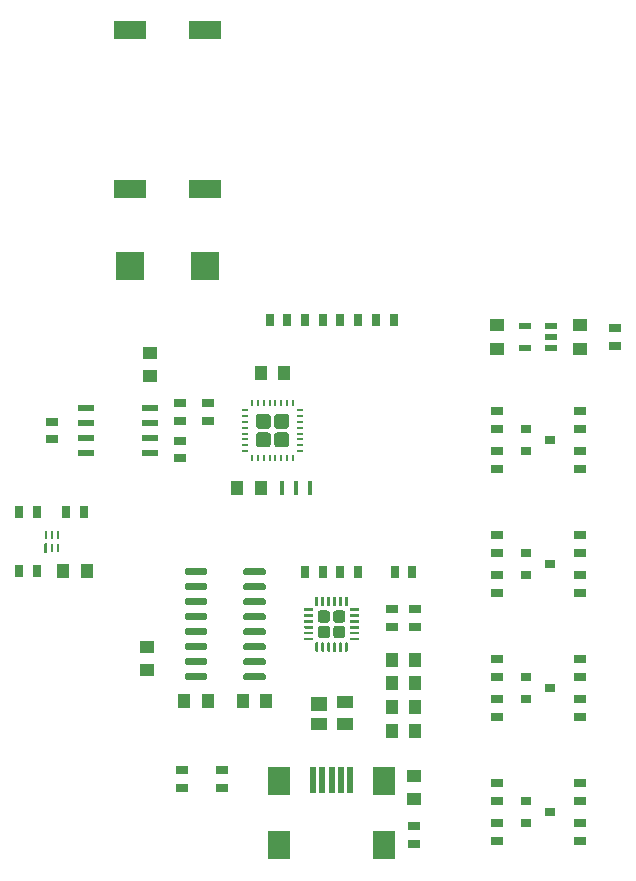
<source format=gtp>
G04 #@! TF.GenerationSoftware,KiCad,Pcbnew,5.1.6-c6e7f7d~86~ubuntu18.04.1*
G04 #@! TF.CreationDate,2020-06-27T13:31:58-07:00*
G04 #@! TF.ProjectId,VehicleAccessoryController,56656869-636c-4654-9163-636573736f72,1.0*
G04 #@! TF.SameCoordinates,Original*
G04 #@! TF.FileFunction,Paste,Top*
G04 #@! TF.FilePolarity,Positive*
%FSLAX46Y46*%
G04 Gerber Fmt 4.6, Leading zero omitted, Abs format (unit mm)*
G04 Created by KiCad (PCBNEW 5.1.6-c6e7f7d~86~ubuntu18.04.1) date 2020-06-27 13:31:58*
%MOMM*%
%LPD*%
G01*
G04 APERTURE LIST*
%ADD10R,0.480000X2.230000*%
%ADD11R,1.980000X2.480000*%
%ADD12O,0.190000X0.540000*%
%ADD13O,0.540000X0.190000*%
%ADD14C,0.100000*%
%ADD15R,0.260000X0.730000*%
%ADD16R,2.350000X2.410000*%
%ADD17R,2.800000X1.550000*%
%ADD18R,1.450000X0.500000*%
%ADD19R,0.780000X0.980000*%
%ADD20R,0.980000X0.780000*%
%ADD21R,0.980000X1.180000*%
%ADD22R,1.180000X0.980000*%
%ADD23R,1.380000X1.180000*%
%ADD24R,1.380000X0.980000*%
%ADD25R,0.880000X0.780000*%
%ADD26R,0.980000X0.680000*%
%ADD27R,0.680000X0.980000*%
%ADD28R,0.300000X1.200000*%
%ADD29R,1.040000X0.630000*%
G04 APERTURE END LIST*
D10*
X147600000Y-132145000D03*
X146800000Y-132145000D03*
X146000000Y-132145000D03*
X145200000Y-132145000D03*
D11*
X150450000Y-137720000D03*
X141550000Y-137720000D03*
X150450000Y-132270000D03*
X141550000Y-132270000D03*
D10*
X144400000Y-132145000D03*
G36*
G01*
X146925001Y-118875000D02*
X146374999Y-118875000D01*
G75*
G02*
X146125000Y-118625001I0J249999D01*
G01*
X146125000Y-118074999D01*
G75*
G02*
X146374999Y-117825000I249999J0D01*
G01*
X146925001Y-117825000D01*
G75*
G02*
X147175000Y-118074999I0J-249999D01*
G01*
X147175000Y-118625001D01*
G75*
G02*
X146925001Y-118875000I-249999J0D01*
G01*
G37*
G36*
G01*
X145625001Y-118875000D02*
X145074999Y-118875000D01*
G75*
G02*
X144825000Y-118625001I0J249999D01*
G01*
X144825000Y-118074999D01*
G75*
G02*
X145074999Y-117825000I249999J0D01*
G01*
X145625001Y-117825000D01*
G75*
G02*
X145875000Y-118074999I0J-249999D01*
G01*
X145875000Y-118625001D01*
G75*
G02*
X145625001Y-118875000I-249999J0D01*
G01*
G37*
G36*
G01*
X146925001Y-120175000D02*
X146374999Y-120175000D01*
G75*
G02*
X146125000Y-119925001I0J249999D01*
G01*
X146125000Y-119374999D01*
G75*
G02*
X146374999Y-119125000I249999J0D01*
G01*
X146925001Y-119125000D01*
G75*
G02*
X147175000Y-119374999I0J-249999D01*
G01*
X147175000Y-119925001D01*
G75*
G02*
X146925001Y-120175000I-249999J0D01*
G01*
G37*
G36*
G01*
X145625001Y-120175000D02*
X145074999Y-120175000D01*
G75*
G02*
X144825000Y-119925001I0J249999D01*
G01*
X144825000Y-119374999D01*
G75*
G02*
X145074999Y-119125000I249999J0D01*
G01*
X145625001Y-119125000D01*
G75*
G02*
X145875000Y-119374999I0J-249999D01*
G01*
X145875000Y-119925001D01*
G75*
G02*
X145625001Y-120175000I-249999J0D01*
G01*
G37*
G36*
G01*
X144407500Y-120365000D02*
X143717500Y-120365000D01*
G75*
G02*
X143660000Y-120307500I0J57500D01*
G01*
X143660000Y-120192500D01*
G75*
G02*
X143717500Y-120135000I57500J0D01*
G01*
X144407500Y-120135000D01*
G75*
G02*
X144465000Y-120192500I0J-57500D01*
G01*
X144465000Y-120307500D01*
G75*
G02*
X144407500Y-120365000I-57500J0D01*
G01*
G37*
G36*
G01*
X144407500Y-119865000D02*
X143717500Y-119865000D01*
G75*
G02*
X143660000Y-119807500I0J57500D01*
G01*
X143660000Y-119692500D01*
G75*
G02*
X143717500Y-119635000I57500J0D01*
G01*
X144407500Y-119635000D01*
G75*
G02*
X144465000Y-119692500I0J-57500D01*
G01*
X144465000Y-119807500D01*
G75*
G02*
X144407500Y-119865000I-57500J0D01*
G01*
G37*
G36*
G01*
X144407500Y-119365000D02*
X143717500Y-119365000D01*
G75*
G02*
X143660000Y-119307500I0J57500D01*
G01*
X143660000Y-119192500D01*
G75*
G02*
X143717500Y-119135000I57500J0D01*
G01*
X144407500Y-119135000D01*
G75*
G02*
X144465000Y-119192500I0J-57500D01*
G01*
X144465000Y-119307500D01*
G75*
G02*
X144407500Y-119365000I-57500J0D01*
G01*
G37*
G36*
G01*
X144407500Y-118865000D02*
X143717500Y-118865000D01*
G75*
G02*
X143660000Y-118807500I0J57500D01*
G01*
X143660000Y-118692500D01*
G75*
G02*
X143717500Y-118635000I57500J0D01*
G01*
X144407500Y-118635000D01*
G75*
G02*
X144465000Y-118692500I0J-57500D01*
G01*
X144465000Y-118807500D01*
G75*
G02*
X144407500Y-118865000I-57500J0D01*
G01*
G37*
G36*
G01*
X144407500Y-118365000D02*
X143717500Y-118365000D01*
G75*
G02*
X143660000Y-118307500I0J57500D01*
G01*
X143660000Y-118192500D01*
G75*
G02*
X143717500Y-118135000I57500J0D01*
G01*
X144407500Y-118135000D01*
G75*
G02*
X144465000Y-118192500I0J-57500D01*
G01*
X144465000Y-118307500D01*
G75*
G02*
X144407500Y-118365000I-57500J0D01*
G01*
G37*
G36*
G01*
X144407500Y-117865000D02*
X143717500Y-117865000D01*
G75*
G02*
X143660000Y-117807500I0J57500D01*
G01*
X143660000Y-117692500D01*
G75*
G02*
X143717500Y-117635000I57500J0D01*
G01*
X144407500Y-117635000D01*
G75*
G02*
X144465000Y-117692500I0J-57500D01*
G01*
X144465000Y-117807500D01*
G75*
G02*
X144407500Y-117865000I-57500J0D01*
G01*
G37*
G36*
G01*
X144807500Y-117465000D02*
X144692500Y-117465000D01*
G75*
G02*
X144635000Y-117407500I0J57500D01*
G01*
X144635000Y-116717500D01*
G75*
G02*
X144692500Y-116660000I57500J0D01*
G01*
X144807500Y-116660000D01*
G75*
G02*
X144865000Y-116717500I0J-57500D01*
G01*
X144865000Y-117407500D01*
G75*
G02*
X144807500Y-117465000I-57500J0D01*
G01*
G37*
G36*
G01*
X145307500Y-117465000D02*
X145192500Y-117465000D01*
G75*
G02*
X145135000Y-117407500I0J57500D01*
G01*
X145135000Y-116717500D01*
G75*
G02*
X145192500Y-116660000I57500J0D01*
G01*
X145307500Y-116660000D01*
G75*
G02*
X145365000Y-116717500I0J-57500D01*
G01*
X145365000Y-117407500D01*
G75*
G02*
X145307500Y-117465000I-57500J0D01*
G01*
G37*
G36*
G01*
X145807500Y-117465000D02*
X145692500Y-117465000D01*
G75*
G02*
X145635000Y-117407500I0J57500D01*
G01*
X145635000Y-116717500D01*
G75*
G02*
X145692500Y-116660000I57500J0D01*
G01*
X145807500Y-116660000D01*
G75*
G02*
X145865000Y-116717500I0J-57500D01*
G01*
X145865000Y-117407500D01*
G75*
G02*
X145807500Y-117465000I-57500J0D01*
G01*
G37*
G36*
G01*
X146307500Y-117465000D02*
X146192500Y-117465000D01*
G75*
G02*
X146135000Y-117407500I0J57500D01*
G01*
X146135000Y-116717500D01*
G75*
G02*
X146192500Y-116660000I57500J0D01*
G01*
X146307500Y-116660000D01*
G75*
G02*
X146365000Y-116717500I0J-57500D01*
G01*
X146365000Y-117407500D01*
G75*
G02*
X146307500Y-117465000I-57500J0D01*
G01*
G37*
G36*
G01*
X146807500Y-117465000D02*
X146692500Y-117465000D01*
G75*
G02*
X146635000Y-117407500I0J57500D01*
G01*
X146635000Y-116717500D01*
G75*
G02*
X146692500Y-116660000I57500J0D01*
G01*
X146807500Y-116660000D01*
G75*
G02*
X146865000Y-116717500I0J-57500D01*
G01*
X146865000Y-117407500D01*
G75*
G02*
X146807500Y-117465000I-57500J0D01*
G01*
G37*
G36*
G01*
X147307500Y-117465000D02*
X147192500Y-117465000D01*
G75*
G02*
X147135000Y-117407500I0J57500D01*
G01*
X147135000Y-116717500D01*
G75*
G02*
X147192500Y-116660000I57500J0D01*
G01*
X147307500Y-116660000D01*
G75*
G02*
X147365000Y-116717500I0J-57500D01*
G01*
X147365000Y-117407500D01*
G75*
G02*
X147307500Y-117465000I-57500J0D01*
G01*
G37*
G36*
G01*
X148282500Y-117865000D02*
X147592500Y-117865000D01*
G75*
G02*
X147535000Y-117807500I0J57500D01*
G01*
X147535000Y-117692500D01*
G75*
G02*
X147592500Y-117635000I57500J0D01*
G01*
X148282500Y-117635000D01*
G75*
G02*
X148340000Y-117692500I0J-57500D01*
G01*
X148340000Y-117807500D01*
G75*
G02*
X148282500Y-117865000I-57500J0D01*
G01*
G37*
G36*
G01*
X148282500Y-118365000D02*
X147592500Y-118365000D01*
G75*
G02*
X147535000Y-118307500I0J57500D01*
G01*
X147535000Y-118192500D01*
G75*
G02*
X147592500Y-118135000I57500J0D01*
G01*
X148282500Y-118135000D01*
G75*
G02*
X148340000Y-118192500I0J-57500D01*
G01*
X148340000Y-118307500D01*
G75*
G02*
X148282500Y-118365000I-57500J0D01*
G01*
G37*
G36*
G01*
X148282500Y-118865000D02*
X147592500Y-118865000D01*
G75*
G02*
X147535000Y-118807500I0J57500D01*
G01*
X147535000Y-118692500D01*
G75*
G02*
X147592500Y-118635000I57500J0D01*
G01*
X148282500Y-118635000D01*
G75*
G02*
X148340000Y-118692500I0J-57500D01*
G01*
X148340000Y-118807500D01*
G75*
G02*
X148282500Y-118865000I-57500J0D01*
G01*
G37*
G36*
G01*
X148282500Y-119365000D02*
X147592500Y-119365000D01*
G75*
G02*
X147535000Y-119307500I0J57500D01*
G01*
X147535000Y-119192500D01*
G75*
G02*
X147592500Y-119135000I57500J0D01*
G01*
X148282500Y-119135000D01*
G75*
G02*
X148340000Y-119192500I0J-57500D01*
G01*
X148340000Y-119307500D01*
G75*
G02*
X148282500Y-119365000I-57500J0D01*
G01*
G37*
G36*
G01*
X148282500Y-119865000D02*
X147592500Y-119865000D01*
G75*
G02*
X147535000Y-119807500I0J57500D01*
G01*
X147535000Y-119692500D01*
G75*
G02*
X147592500Y-119635000I57500J0D01*
G01*
X148282500Y-119635000D01*
G75*
G02*
X148340000Y-119692500I0J-57500D01*
G01*
X148340000Y-119807500D01*
G75*
G02*
X148282500Y-119865000I-57500J0D01*
G01*
G37*
G36*
G01*
X148282500Y-120365000D02*
X147592500Y-120365000D01*
G75*
G02*
X147535000Y-120307500I0J57500D01*
G01*
X147535000Y-120192500D01*
G75*
G02*
X147592500Y-120135000I57500J0D01*
G01*
X148282500Y-120135000D01*
G75*
G02*
X148340000Y-120192500I0J-57500D01*
G01*
X148340000Y-120307500D01*
G75*
G02*
X148282500Y-120365000I-57500J0D01*
G01*
G37*
G36*
G01*
X147307500Y-121340000D02*
X147192500Y-121340000D01*
G75*
G02*
X147135000Y-121282500I0J57500D01*
G01*
X147135000Y-120592500D01*
G75*
G02*
X147192500Y-120535000I57500J0D01*
G01*
X147307500Y-120535000D01*
G75*
G02*
X147365000Y-120592500I0J-57500D01*
G01*
X147365000Y-121282500D01*
G75*
G02*
X147307500Y-121340000I-57500J0D01*
G01*
G37*
G36*
G01*
X146807500Y-121340000D02*
X146692500Y-121340000D01*
G75*
G02*
X146635000Y-121282500I0J57500D01*
G01*
X146635000Y-120592500D01*
G75*
G02*
X146692500Y-120535000I57500J0D01*
G01*
X146807500Y-120535000D01*
G75*
G02*
X146865000Y-120592500I0J-57500D01*
G01*
X146865000Y-121282500D01*
G75*
G02*
X146807500Y-121340000I-57500J0D01*
G01*
G37*
G36*
G01*
X146307500Y-121340000D02*
X146192500Y-121340000D01*
G75*
G02*
X146135000Y-121282500I0J57500D01*
G01*
X146135000Y-120592500D01*
G75*
G02*
X146192500Y-120535000I57500J0D01*
G01*
X146307500Y-120535000D01*
G75*
G02*
X146365000Y-120592500I0J-57500D01*
G01*
X146365000Y-121282500D01*
G75*
G02*
X146307500Y-121340000I-57500J0D01*
G01*
G37*
G36*
G01*
X145807500Y-121340000D02*
X145692500Y-121340000D01*
G75*
G02*
X145635000Y-121282500I0J57500D01*
G01*
X145635000Y-120592500D01*
G75*
G02*
X145692500Y-120535000I57500J0D01*
G01*
X145807500Y-120535000D01*
G75*
G02*
X145865000Y-120592500I0J-57500D01*
G01*
X145865000Y-121282500D01*
G75*
G02*
X145807500Y-121340000I-57500J0D01*
G01*
G37*
G36*
G01*
X145307500Y-121340000D02*
X145192500Y-121340000D01*
G75*
G02*
X145135000Y-121282500I0J57500D01*
G01*
X145135000Y-120592500D01*
G75*
G02*
X145192500Y-120535000I57500J0D01*
G01*
X145307500Y-120535000D01*
G75*
G02*
X145365000Y-120592500I0J-57500D01*
G01*
X145365000Y-121282500D01*
G75*
G02*
X145307500Y-121340000I-57500J0D01*
G01*
G37*
G36*
G01*
X144807500Y-121340000D02*
X144692500Y-121340000D01*
G75*
G02*
X144635000Y-121282500I0J57500D01*
G01*
X144635000Y-120592500D01*
G75*
G02*
X144692500Y-120535000I57500J0D01*
G01*
X144807500Y-120535000D01*
G75*
G02*
X144865000Y-120592500I0J-57500D01*
G01*
X144865000Y-121282500D01*
G75*
G02*
X144807500Y-121340000I-57500J0D01*
G01*
G37*
G36*
G01*
X142115600Y-102475000D02*
X141434400Y-102475000D01*
G75*
G02*
X141125000Y-102165600I0J309400D01*
G01*
X141125000Y-101484400D01*
G75*
G02*
X141434400Y-101175000I309400J0D01*
G01*
X142115600Y-101175000D01*
G75*
G02*
X142425000Y-101484400I0J-309400D01*
G01*
X142425000Y-102165600D01*
G75*
G02*
X142115600Y-102475000I-309400J0D01*
G01*
G37*
G36*
G01*
X142115600Y-104025000D02*
X141434400Y-104025000D01*
G75*
G02*
X141125000Y-103715600I0J309400D01*
G01*
X141125000Y-103034400D01*
G75*
G02*
X141434400Y-102725000I309400J0D01*
G01*
X142115600Y-102725000D01*
G75*
G02*
X142425000Y-103034400I0J-309400D01*
G01*
X142425000Y-103715600D01*
G75*
G02*
X142115600Y-104025000I-309400J0D01*
G01*
G37*
G36*
G01*
X140565600Y-104025000D02*
X139884400Y-104025000D01*
G75*
G02*
X139575000Y-103715600I0J309400D01*
G01*
X139575000Y-103034400D01*
G75*
G02*
X139884400Y-102725000I309400J0D01*
G01*
X140565600Y-102725000D01*
G75*
G02*
X140875000Y-103034400I0J-309400D01*
G01*
X140875000Y-103715600D01*
G75*
G02*
X140565600Y-104025000I-309400J0D01*
G01*
G37*
G36*
G01*
X140565600Y-102475000D02*
X139884400Y-102475000D01*
G75*
G02*
X139575000Y-102165600I0J309400D01*
G01*
X139575000Y-101484400D01*
G75*
G02*
X139884400Y-101175000I309400J0D01*
G01*
X140565600Y-101175000D01*
G75*
G02*
X140875000Y-101484400I0J-309400D01*
G01*
X140875000Y-102165600D01*
G75*
G02*
X140565600Y-102475000I-309400J0D01*
G01*
G37*
D12*
X142750000Y-100250000D03*
X142250000Y-100250000D03*
X141750000Y-100250000D03*
X141250000Y-100250000D03*
X140750000Y-100250000D03*
X140250000Y-100250000D03*
X139750000Y-100250000D03*
X139250000Y-100250000D03*
X142750000Y-104950000D03*
X142250000Y-104950000D03*
X141750000Y-104950000D03*
X141250000Y-104950000D03*
X140750000Y-104950000D03*
X140250000Y-104950000D03*
X139750000Y-104950000D03*
D13*
X143350000Y-100850000D03*
X138650000Y-100850000D03*
X143350000Y-101350000D03*
X138650000Y-101350000D03*
X143350000Y-101850000D03*
X138650000Y-101850000D03*
X143350000Y-102350000D03*
X138650000Y-102350000D03*
X143350000Y-102850000D03*
X138650000Y-102850000D03*
X143350000Y-103350000D03*
X138650000Y-103350000D03*
X143350000Y-103850000D03*
X138650000Y-103850000D03*
X143350000Y-104350000D03*
X138650000Y-104350000D03*
D12*
X139250000Y-104950000D03*
D14*
G36*
X121930000Y-112940000D02*
G01*
X121670000Y-112940000D01*
X121670000Y-112244142D01*
X121804142Y-112110000D01*
X121930000Y-112110000D01*
X121930000Y-112940000D01*
G37*
D15*
X122800000Y-112575000D03*
X122300000Y-112575000D03*
X122800000Y-111425000D03*
X122300000Y-111425000D03*
X121800000Y-111425000D03*
D16*
X128950000Y-88700000D03*
X135250000Y-88700000D03*
D17*
X128940000Y-82130000D03*
X128940000Y-68670000D03*
X135260000Y-82130000D03*
X135260000Y-68670000D03*
D18*
X130640000Y-104505000D03*
X125240000Y-104505000D03*
X130640000Y-103235000D03*
X125240000Y-103235000D03*
X130640000Y-101965000D03*
X125240000Y-101965000D03*
X130640000Y-100695000D03*
X125240000Y-100695000D03*
D19*
X149750000Y-93200000D03*
X151250000Y-93200000D03*
X142250000Y-93200000D03*
X140750000Y-93200000D03*
D20*
X136700000Y-132850000D03*
X136700000Y-131350000D03*
X133300000Y-132850000D03*
X133300000Y-131350000D03*
D21*
X140000000Y-107500000D03*
X138000000Y-107500000D03*
X140000000Y-97700000D03*
X142000000Y-97700000D03*
X125300000Y-114500000D03*
X123300000Y-114500000D03*
D22*
X130640000Y-96000000D03*
X130640000Y-98000000D03*
D21*
X151100000Y-122000000D03*
X153100000Y-122000000D03*
X151100000Y-124000000D03*
X153100000Y-124000000D03*
X151100000Y-126000000D03*
X153100000Y-126000000D03*
X153100000Y-128000000D03*
X151100000Y-128000000D03*
D22*
X153000000Y-133820000D03*
X153000000Y-131820000D03*
X130400000Y-120905000D03*
X130400000Y-122905000D03*
D21*
X140475000Y-125500000D03*
X138475000Y-125500000D03*
X135525000Y-125500000D03*
X133525000Y-125500000D03*
D23*
X144900000Y-125730000D03*
D24*
X144900000Y-127450000D03*
X147100000Y-127450000D03*
X147100000Y-125550000D03*
D25*
X164500000Y-103400000D03*
X162500000Y-104350000D03*
X162500000Y-102450000D03*
X162500000Y-123450000D03*
X162500000Y-125350000D03*
X164500000Y-124400000D03*
X164500000Y-134900000D03*
X162500000Y-135850000D03*
X162500000Y-133950000D03*
D26*
X170000000Y-95450000D03*
X170000000Y-93950000D03*
X135500000Y-100250000D03*
X135500000Y-101750000D03*
D27*
X119550000Y-109500000D03*
X121050000Y-109500000D03*
X125050000Y-109500000D03*
X123550000Y-109500000D03*
X121050000Y-114500000D03*
X119550000Y-114500000D03*
X146750000Y-93200000D03*
X148250000Y-93200000D03*
X143750000Y-93200000D03*
X145250000Y-93200000D03*
D26*
X160000000Y-102450000D03*
X160000000Y-100950000D03*
X160000000Y-111450000D03*
X160000000Y-112950000D03*
X160000000Y-123450000D03*
X160000000Y-121950000D03*
X160000000Y-132450000D03*
X160000000Y-133950000D03*
X160000000Y-105850000D03*
X160000000Y-104350000D03*
X160000000Y-114850000D03*
X160000000Y-116350000D03*
X160000000Y-125350000D03*
X160000000Y-126850000D03*
X160000000Y-137350000D03*
X160000000Y-135850000D03*
X167000000Y-100950000D03*
X167000000Y-102450000D03*
X167000000Y-112950000D03*
X167000000Y-111450000D03*
X167000000Y-121950000D03*
X167000000Y-123450000D03*
X167000000Y-133950000D03*
X167000000Y-132450000D03*
X167000000Y-104350000D03*
X167000000Y-105850000D03*
X167000000Y-114850000D03*
X167000000Y-116350000D03*
X167000000Y-125350000D03*
X167000000Y-126850000D03*
X167000000Y-137350000D03*
X167000000Y-135850000D03*
X122300000Y-101850000D03*
X122300000Y-103350000D03*
X133200000Y-104950000D03*
X133200000Y-103450000D03*
X133200000Y-101750000D03*
X133200000Y-100250000D03*
X153000000Y-137570000D03*
X153000000Y-136070000D03*
D27*
X151350000Y-114600000D03*
X152850000Y-114600000D03*
X148250000Y-114600000D03*
X146750000Y-114600000D03*
X145250000Y-114600000D03*
X143750000Y-114600000D03*
D26*
X151100000Y-117750000D03*
X151100000Y-119250000D03*
X153100000Y-117750000D03*
X153100000Y-119250000D03*
D28*
X143000000Y-107500000D03*
X141800000Y-107500000D03*
X144200000Y-107500000D03*
G36*
G01*
X140440000Y-123300000D02*
X140440000Y-123590000D01*
G75*
G02*
X140295000Y-123735000I-145000J0D01*
G01*
X138655000Y-123735000D01*
G75*
G02*
X138510000Y-123590000I0J145000D01*
G01*
X138510000Y-123300000D01*
G75*
G02*
X138655000Y-123155000I145000J0D01*
G01*
X140295000Y-123155000D01*
G75*
G02*
X140440000Y-123300000I0J-145000D01*
G01*
G37*
G36*
G01*
X140440000Y-122030000D02*
X140440000Y-122320000D01*
G75*
G02*
X140295000Y-122465000I-145000J0D01*
G01*
X138655000Y-122465000D01*
G75*
G02*
X138510000Y-122320000I0J145000D01*
G01*
X138510000Y-122030000D01*
G75*
G02*
X138655000Y-121885000I145000J0D01*
G01*
X140295000Y-121885000D01*
G75*
G02*
X140440000Y-122030000I0J-145000D01*
G01*
G37*
G36*
G01*
X140440000Y-120760000D02*
X140440000Y-121050000D01*
G75*
G02*
X140295000Y-121195000I-145000J0D01*
G01*
X138655000Y-121195000D01*
G75*
G02*
X138510000Y-121050000I0J145000D01*
G01*
X138510000Y-120760000D01*
G75*
G02*
X138655000Y-120615000I145000J0D01*
G01*
X140295000Y-120615000D01*
G75*
G02*
X140440000Y-120760000I0J-145000D01*
G01*
G37*
G36*
G01*
X140440000Y-119490000D02*
X140440000Y-119780000D01*
G75*
G02*
X140295000Y-119925000I-145000J0D01*
G01*
X138655000Y-119925000D01*
G75*
G02*
X138510000Y-119780000I0J145000D01*
G01*
X138510000Y-119490000D01*
G75*
G02*
X138655000Y-119345000I145000J0D01*
G01*
X140295000Y-119345000D01*
G75*
G02*
X140440000Y-119490000I0J-145000D01*
G01*
G37*
G36*
G01*
X140440000Y-118220000D02*
X140440000Y-118510000D01*
G75*
G02*
X140295000Y-118655000I-145000J0D01*
G01*
X138655000Y-118655000D01*
G75*
G02*
X138510000Y-118510000I0J145000D01*
G01*
X138510000Y-118220000D01*
G75*
G02*
X138655000Y-118075000I145000J0D01*
G01*
X140295000Y-118075000D01*
G75*
G02*
X140440000Y-118220000I0J-145000D01*
G01*
G37*
G36*
G01*
X140440000Y-116950000D02*
X140440000Y-117240000D01*
G75*
G02*
X140295000Y-117385000I-145000J0D01*
G01*
X138655000Y-117385000D01*
G75*
G02*
X138510000Y-117240000I0J145000D01*
G01*
X138510000Y-116950000D01*
G75*
G02*
X138655000Y-116805000I145000J0D01*
G01*
X140295000Y-116805000D01*
G75*
G02*
X140440000Y-116950000I0J-145000D01*
G01*
G37*
G36*
G01*
X140440000Y-115680000D02*
X140440000Y-115970000D01*
G75*
G02*
X140295000Y-116115000I-145000J0D01*
G01*
X138655000Y-116115000D01*
G75*
G02*
X138510000Y-115970000I0J145000D01*
G01*
X138510000Y-115680000D01*
G75*
G02*
X138655000Y-115535000I145000J0D01*
G01*
X140295000Y-115535000D01*
G75*
G02*
X140440000Y-115680000I0J-145000D01*
G01*
G37*
G36*
G01*
X140440000Y-114410000D02*
X140440000Y-114700000D01*
G75*
G02*
X140295000Y-114845000I-145000J0D01*
G01*
X138655000Y-114845000D01*
G75*
G02*
X138510000Y-114700000I0J145000D01*
G01*
X138510000Y-114410000D01*
G75*
G02*
X138655000Y-114265000I145000J0D01*
G01*
X140295000Y-114265000D01*
G75*
G02*
X140440000Y-114410000I0J-145000D01*
G01*
G37*
G36*
G01*
X135490000Y-114410000D02*
X135490000Y-114700000D01*
G75*
G02*
X135345000Y-114845000I-145000J0D01*
G01*
X133705000Y-114845000D01*
G75*
G02*
X133560000Y-114700000I0J145000D01*
G01*
X133560000Y-114410000D01*
G75*
G02*
X133705000Y-114265000I145000J0D01*
G01*
X135345000Y-114265000D01*
G75*
G02*
X135490000Y-114410000I0J-145000D01*
G01*
G37*
G36*
G01*
X135490000Y-115680000D02*
X135490000Y-115970000D01*
G75*
G02*
X135345000Y-116115000I-145000J0D01*
G01*
X133705000Y-116115000D01*
G75*
G02*
X133560000Y-115970000I0J145000D01*
G01*
X133560000Y-115680000D01*
G75*
G02*
X133705000Y-115535000I145000J0D01*
G01*
X135345000Y-115535000D01*
G75*
G02*
X135490000Y-115680000I0J-145000D01*
G01*
G37*
G36*
G01*
X135490000Y-116950000D02*
X135490000Y-117240000D01*
G75*
G02*
X135345000Y-117385000I-145000J0D01*
G01*
X133705000Y-117385000D01*
G75*
G02*
X133560000Y-117240000I0J145000D01*
G01*
X133560000Y-116950000D01*
G75*
G02*
X133705000Y-116805000I145000J0D01*
G01*
X135345000Y-116805000D01*
G75*
G02*
X135490000Y-116950000I0J-145000D01*
G01*
G37*
G36*
G01*
X135490000Y-118220000D02*
X135490000Y-118510000D01*
G75*
G02*
X135345000Y-118655000I-145000J0D01*
G01*
X133705000Y-118655000D01*
G75*
G02*
X133560000Y-118510000I0J145000D01*
G01*
X133560000Y-118220000D01*
G75*
G02*
X133705000Y-118075000I145000J0D01*
G01*
X135345000Y-118075000D01*
G75*
G02*
X135490000Y-118220000I0J-145000D01*
G01*
G37*
G36*
G01*
X135490000Y-119490000D02*
X135490000Y-119780000D01*
G75*
G02*
X135345000Y-119925000I-145000J0D01*
G01*
X133705000Y-119925000D01*
G75*
G02*
X133560000Y-119780000I0J145000D01*
G01*
X133560000Y-119490000D01*
G75*
G02*
X133705000Y-119345000I145000J0D01*
G01*
X135345000Y-119345000D01*
G75*
G02*
X135490000Y-119490000I0J-145000D01*
G01*
G37*
G36*
G01*
X135490000Y-120760000D02*
X135490000Y-121050000D01*
G75*
G02*
X135345000Y-121195000I-145000J0D01*
G01*
X133705000Y-121195000D01*
G75*
G02*
X133560000Y-121050000I0J145000D01*
G01*
X133560000Y-120760000D01*
G75*
G02*
X133705000Y-120615000I145000J0D01*
G01*
X135345000Y-120615000D01*
G75*
G02*
X135490000Y-120760000I0J-145000D01*
G01*
G37*
G36*
G01*
X135490000Y-122030000D02*
X135490000Y-122320000D01*
G75*
G02*
X135345000Y-122465000I-145000J0D01*
G01*
X133705000Y-122465000D01*
G75*
G02*
X133560000Y-122320000I0J145000D01*
G01*
X133560000Y-122030000D01*
G75*
G02*
X133705000Y-121885000I145000J0D01*
G01*
X135345000Y-121885000D01*
G75*
G02*
X135490000Y-122030000I0J-145000D01*
G01*
G37*
G36*
G01*
X135490000Y-123300000D02*
X135490000Y-123590000D01*
G75*
G02*
X135345000Y-123735000I-145000J0D01*
G01*
X133705000Y-123735000D01*
G75*
G02*
X133560000Y-123590000I0J145000D01*
G01*
X133560000Y-123300000D01*
G75*
G02*
X133705000Y-123155000I145000J0D01*
G01*
X135345000Y-123155000D01*
G75*
G02*
X135490000Y-123300000I0J-145000D01*
G01*
G37*
D29*
X164600000Y-95650000D03*
X164600000Y-94700000D03*
X164600000Y-93750000D03*
X162400000Y-93750000D03*
X162400000Y-95650000D03*
D22*
X167000000Y-93700000D03*
X167000000Y-95700000D03*
X160000000Y-93700000D03*
X160000000Y-95700000D03*
D25*
X162500000Y-112950000D03*
X162500000Y-114850000D03*
X164500000Y-113900000D03*
M02*

</source>
